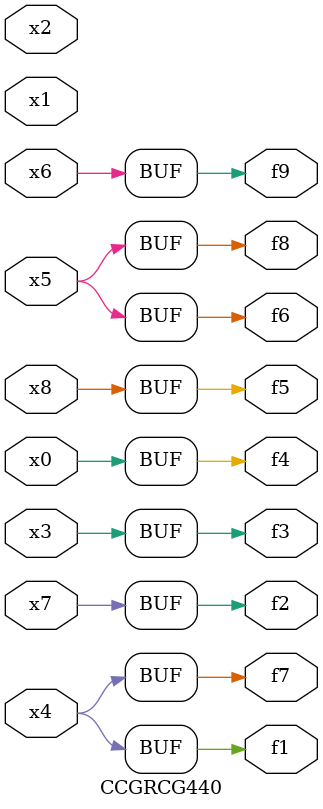
<source format=v>
module CCGRCG440(
	input x0, x1, x2, x3, x4, x5, x6, x7, x8,
	output f1, f2, f3, f4, f5, f6, f7, f8, f9
);
	assign f1 = x4;
	assign f2 = x7;
	assign f3 = x3;
	assign f4 = x0;
	assign f5 = x8;
	assign f6 = x5;
	assign f7 = x4;
	assign f8 = x5;
	assign f9 = x6;
endmodule

</source>
